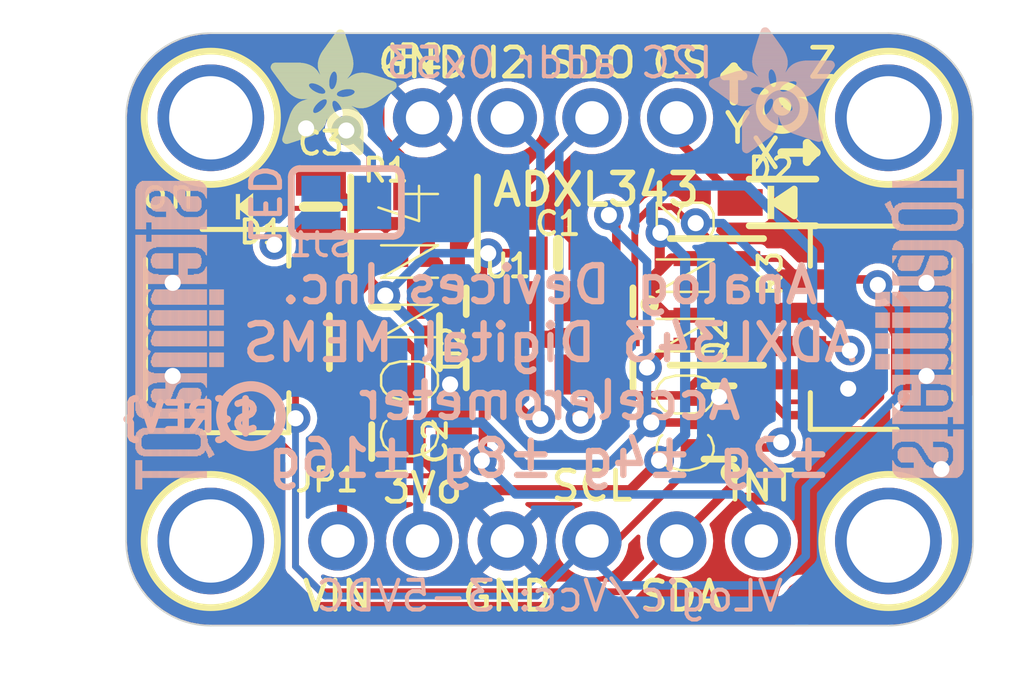
<source format=kicad_pcb>
(kicad_pcb (version 20221018) (generator pcbnew)
  (layers (0 "F.Cu" signal) (31 "B.Cu" signal) (34 "B.Paste" user) (35 "F.Paste" user) (36 "B.SilkS" user "B.Silkscreen") (37 "F.SilkS" user "F.Silkscreen") (38 "B.Mask" user) (39 "F.Mask" user) (44 "Edge.Cuts" user))
  (net 0 "")
  (net 1 "GND")
  (net 2 "SCL")
  (net 3 "SCL_3V")
  (net 4 "3.3V")
  (net 5 "VCC")
  (net 6 "N$1")
  (net 7 "CS_3V")
  (net 8 "INT1")
  (net 9 "INT2")
  (net 10 "SDA/SDIO_3V")
  (net 11 "SDO")
  (net 12 "CS")
  (net 13 "SDA/SDIO")
  (net 14 "N$2")
  (footprint "working:FIDUCIAL_1MM" (layer "F.Cu") (at 156.0576 113.0681)
    (fp_text reference "FID3" hide)
    (fp_text value "FIDUCIAL_1MM" hide)
  )
  (footprint "working:JST_SH4" (layer "F.Cu") (at 158.5341 105.0036 90)
    (fp_text reference "CONN3")
    (fp_text value "STEMMA_I2C_QT" hide)
  )
  (footprint "working:RESPACK_4X0603" (layer "F.Cu") (at 153.5176 104.1781 -90)
    (fp_text reference "R3")
    (fp_text value "10K")
  )
  (footprint "working:RESPACK_4X0603" (layer "F.Cu") (at 144.4371 101.8286)
    (fp_text reference "R1")
    (fp_text value "10K")
  )
  (footprint "working:MOUNTINGHOLE_2.5_PLATED" (layer "F.Cu") (at 158.6611 111.3536)
    (fp_text reference "U$21" hide)
    (fp_text value "MOUNTINGHOLE2.5" hide)
  )
  (footprint "working:ADAFRUIT_3.5MM" (layer "F.Cu") (at 140.1191 99.7966)
    (fp_text reference "U$4" hide)
    (fp_text value "" hide)
  )
  (footprint "working:MOUNTINGHOLE_2.5_PLATED" (layer "F.Cu") (at 158.6611 98.6536)
    (fp_text reference "U$17" hide)
    (fp_text value "MOUNTINGHOLE2.5" hide)
  )
  (footprint "working:SOT23-5" (layer "F.Cu") (at 143.5481 105.3846)
    (fp_text reference "U2")
    (fp_text value "AP2112K-3.3")
  )
  (footprint "working:FIDUCIAL_1MM" (layer "F.Cu") (at 137.7696 105.0036)
    (fp_text reference "FID4" hide)
    (fp_text value "FIDUCIAL_1MM" hide)
  )
  (footprint "working:MOUNTINGHOLE_2.5_PLATED" (layer "F.Cu") (at 138.3411 111.3536)
    (fp_text reference "U$19" hide)
    (fp_text value "MOUNTINGHOLE2.5" hide)
  )
  (footprint "working:1X06_ROUND_70" (layer "F.Cu") (at 148.5011 111.3536)
    (fp_text reference "JP1")
    (fp_text value "")
  )
  (footprint "working:0805-NO" (layer "F.Cu") (at 141.6431 101.3206 90)
    (fp_text reference "C3")
    (fp_text value "10uF")
  )
  (footprint "working:LGA14" (layer "F.Cu") (at 148.5011 105.2576)
    (fp_text reference "U1")
    (fp_text value "ADXL343")
  )
  (footprint "working:0603-NO" (layer "F.Cu") (at 148.7551 102.7176)
    (fp_text reference "C1")
    (fp_text value "0.1uF")
  )
  (footprint "working:SOD-323" (layer "F.Cu") (at 155.4861 101.1936)
    (fp_text reference "D2")
    (fp_text value "1N4148")
  )
  (footprint "working:CHIPLED_0603_NOOUTLINE" (layer "F.Cu") (at 139.3571 101.3206 90)
    (fp_text reference "D1")
    (fp_text value "GREEN")
  )
  (footprint "working:1X04_ROUND" (layer "F.Cu") (at 148.5011 98.6536)
    (fp_text reference "JP2")
    (fp_text value "")
  )
  (footprint "working:_0805MP" (layer "F.Cu") (at 143.1671 108.3691)
    (fp_text reference "C2")
    (fp_text value "10uF")
  )
  (footprint "working:JST_SH4" (layer "F.Cu") (at 138.4681 105.0036 -90)
    (fp_text reference "CONN4")
    (fp_text value "STEMMA_I2C_QT" hide)
  )
  (footprint "working:SOT363" (layer "F.Cu") (at 153.5811 107.7976 90)
    (fp_text reference "Q2")
    (fp_text value "BSS138")
  )
  (footprint "working:MOUNTINGHOLE_2.5_PLATED" (layer "F.Cu") (at 138.3411 98.6536)
    (fp_text reference "U$1" hide)
    (fp_text value "MOUNTINGHOLE2.5" hide)
  )
  (footprint "working:SOLDERJUMPER_CLOSEDWIRE" (layer "B.Cu") (at 142.4051 101.1936)
    (fp_text reference "SJ1")
    (fp_text value "")
  )
  (footprint "working:ADAFRUIT_3.5MM" (layer "B.Cu") (at 157.0736 99.7331 180)
    (fp_text reference "U$11" hide)
    (fp_text value "" hide)
  )
  (footprint "working:PCBFEAT-REV-040" (layer "B.Cu") (at 139.5476 107.6071 180)
    (fp_text reference "U$25" hide)
    (fp_text value "" hide)
  )
  (footprint "working:STEMMAQT" (layer "B.Cu") (at 158.2801 109.4486 90)
    (fp_text reference "U$30" hide)
    (fp_text value "" hide)
  )
  (footprint "working:STEMMAQT" (layer "B.Cu") (at 138.7221 100.5586 -90)
    (fp_text reference "U$31" hide)
    (fp_text value "" hide)
  )
  (gr_line (start 156.2227 99.9744) (end 156.2227 99.949) (stroke (width 0.254)) (layer "F.SilkS"))
  (gr_line (start 154.0256 97.1423) (end 154.0256 97.1169) (stroke (width 0.254)) (layer "F.SilkS"))
  (gr_line (start 156.2227 99.4156) (end 156.2227 99.949) (stroke (width 0.254)) (layer "F.SilkS"))
  (gr_line (start 154.2796 97.3963) (end 154.0256 97.1423) (stroke (width 0.254)) (layer "F.SilkS"))
  (gr_circle (center 155.4734 98.3107) (end 155.4988 98.3107) (stroke (width 0.254)) (fill none) (layer "F.SilkS"))
  (gr_line (start 156.5021 99.695) (end 156.2227 99.4156) (stroke (width 0.254)) (layer "F.SilkS"))
  (gr_circle (center 155.4734 98.3488) (end 156.1338 98.3488) (stroke (width 0.254)) (fill none) (layer "F.SilkS"))
  (gr_line (start 154.0256 97.1169) (end 153.7462 97.3963) (stroke (width 0.254)) (layer "F.SilkS"))
  (gr_line (start 155.4607 99.695) (end 156.4767 99.695) (stroke (width 0.254)) (layer "F.SilkS"))
  (gr_line (start 154.0256 98.1583) (end 154.0256 97.1423) (stroke (width 0.254)) (layer "F.SilkS"))
  (gr_line (start 154.305 97.3963) (end 154.2796 97.3963) (stroke (width 0.254)) (layer "F.SilkS"))
  (gr_line (start 153.7462 97.3963) (end 154.2796 97.3963) (stroke (width 0.254)) (layer "F.SilkS"))
  (gr_line (start 156.2227 99.949) (end 156.4767 99.695) (stroke (width 0.254)) (layer "F.SilkS"))
  (gr_line (start 156.4767 99.695) (end 156.5021 99.695) (stroke (width 0.254)) (layer "F.SilkS"))
  (gr_line (start 138.3411 113.8936) (end 158.6611 113.8936) (stroke (width 0.05)) (layer "Edge.Cuts"))
  (gr_line (start 135.8011 98.6536) (end 135.8011 111.3536) (stroke (width 0.05)) (layer "Edge.Cuts"))
  (gr_arc (start 138.3411 113.8936) (mid 136.545049 113.149651) (end 135.8011 111.3536) (stroke (width 0.05)) (layer "Edge.Cuts"))
  (gr_line (start 158.6611 96.1136) (end 138.3411 96.1136) (stroke (width 0.05)) (layer "Edge.Cuts"))
  (gr_arc (start 135.8011 98.6536) (mid 136.545049 96.857549) (end 138.3411 96.1136) (stroke (width 0.05)) (layer "Edge.Cuts"))
  (gr_arc (start 158.6611 96.1136) (mid 160.457151 96.857549) (end 161.2011 98.6536) (stroke (width 0.05)) (layer "Edge.Cuts"))
  (gr_arc (start 161.2011 111.3536) (mid 160.457151 113.149651) (end 158.6611 113.8936) (stroke (width 0.05)) (layer "Edge.Cuts"))
  (gr_line (start 161.2011 111.3536) (end 161.2011 98.6536) (stroke (width 0.05)) (layer "Edge.Cuts"))
  (gr_text "VLogic/Vcc: 3-5VDC" (at 148.5011 113.0046) (layer "B.SilkS") (effects (font (size 0.89408 0.89408) (thickness 0.12192)) (justify mirror)))
  (gr_text "I2C addr 0x53" (at 148.5011 97.0026) (layer "B.SilkS") (effects (font (size 0.89408 0.89408) (thickness 0.12192)) (justify mirror)))
  (gr_text "LED" (at 139.9286 101.2571 -90) (layer "B.SilkS") (effects (font (size 0.8636 0.8636) (thickness 0.1524)) (justify mirror)))
  (gr_text "Analog Devices Inc.\nADXL343 Digital MEMS\nAccelerometer\n±2g ±4g ±8g ±16g" (at 148.5011 106.2736) (layer "B.SilkS") (effects (font (size 1.0795 1.0795) (thickness 0.1905)) (justify mirror)))
  (gr_text "Y" (at 153.67 99.4791) (layer "F.SilkS") (effects (font (size 0.87376 0.87376) (thickness 0.14224)) (justify left bottom)))
  (gr_text "SDA" (at 152.4381 113.0046) (layer "F.SilkS") (effects (font (size 0.87376 0.87376) (thickness 0.14224))))
  (gr_text "CS" (at 152.4381 97.0026) (layer "F.SilkS") (effects (font (size 0.87376 0.87376) (thickness 0.14224))))
  (gr_text "VIN" (at 142.1511 113.0046) (layer "F.SilkS") (effects (font (size 0.87376 0.87376) (thickness 0.14224))))
  (gr_text "3Vo" (at 144.6911 109.7661) (layer "F.SilkS") (effects (font (size 0.87376 0.87376) (thickness 0.14224))))
  (gr_text "Z" (at 156.1719 97.5233) (layer "F.SilkS") (effects (font (size 0.87376 0.87376) (thickness 0.14224)) (justify left bottom)))
  (gr_text "GND" (at 144.6911 97.0026) (layer "F.SilkS") (effects (font (size 0.87376 0.87376) (thickness 0.14224))))
  (gr_text "on" (at 136.1821 101.4476) (layer "F.SilkS") (effects (font (size 0.89408 0.89408) (thickness 0.12192)) (justify left bottom)))
  (gr_text "INT" (at 154.8511 109.7026) (layer "F.SilkS") (effects (font (size 0.87376 0.87376) (thickness 0.14224))))
  (gr_text "SDO" (at 149.7711 97.0026) (layer "F.SilkS") (effects (font (size 0.87376 0.87376) (thickness 0.14224))))
  (gr_text "ADXL343" (at 149.8981 100.8126) (layer "F.SilkS") (effects (font (size 0.94996 0.94996) (thickness 0.16764))))
  (gr_text "GND" (at 147.2311 113.0046) (layer "F.SilkS") (effects (font (size 0.87376 0.87376) (thickness 0.14224))))
  (gr_text "X" (at 154.4701 100.2411) (layer "F.SilkS") (effects (font (size 0.87376 0.87376) (thickness 0.14224)) (justify left bottom)))
  (gr_text "I2" (at 147.2311 97.0026) (layer "F.SilkS") (effects (font (size 0.87376 0.87376) (thickness 0.14224))))
  (gr_text "SCL" (at 149.7711 109.7026) (layer "F.SilkS") (effects (font (size 0.87376 0.87376) (thickness 0.14224))))
  (segment (start 155.3351 106.5036) (end 156.0201 106.5036) (width 0.3048) (layer "F.Cu") (net 1))
  (segment (start 148.1836 105.1941) (end 148.1011 105.1116) (width 0.3048) (layer "F.Cu") (net 1))
  (segment (start 149.6455 104.860307) (end 149.6455 104.9387) (width 0.3048) (layer "F.Cu") (net 1))
  (segment (start 149.7011 104.804707) (end 149.6455 104.860307) (width 0.3048) (layer "F.Cu") (net 1))
  (segment (start 149.3901 105.1941) (end 148.1836 105.1941) (width 0.3048) (layer "F.Cu") (net 1))
  (segment (start 154.1526 106.2736) (end 153.5811 106.8451) (width 0.3048) (layer "F.Cu") (net 1))
  (segment (start 143.6116 106.7482) (end 143.6116 107.9881) (width 0.3048) (layer "F.Cu") (net 1))
  (segment (start 149.7011 104.1576) (end 149.7011 104.804707) (width 0.3048) (layer "F.Cu") (net 1))
  (segment (start 153.5811 107.0356) (end 153.5811 106.8451) (width 0.3048) (layer "F.Cu") (net 1))
  (segment (start 143.6116 107.9881) (end 143.9926 108.3691) (width 0.3048) (layer "F.Cu") (net 1))
  (segment (start 149.6455 104.9387) (end 149.3901 105.1941) (width 0.3048) (layer "F.Cu") (net 1))
  (segment (start 148.1011 105.1116) (end 148.1011 104.1576) (width 0.3048) (layer "F.Cu") (net 1))
  (segment (start 154.1526 106.2736) (end 155.1051 106.2736) (width 0.3048) (layer "F.Cu") (net 1))
  (segment (start 143.9926 108.3691) (end 144.1831 108.3691) (width 0.3048) (layer "F.Cu") (net 1))
  (segment (start 143.5481 106.6847) (end 143.6116 106.7482) (width 0.3048) (layer "F.Cu") (net 1))
  (segment (start 155.1051 106.2736) (end 155.3351 106.5036) (width 0.3048) (layer "F.Cu") (net 1))
  (via (at 137.1981 106.4006) (size 0.889) (drill 0.4826) (layers "F.Cu" "B.Cu") (net 1))
  (via (at 141.1986 98.9711) (size 0.889) (drill 0.4826) (layers "F.Cu" "B.Cu") (net 1))
  (via (at 145.5166 106.6546) (size 0.889) (drill 0.4826) (layers "F.Cu" "B.Cu") (net 1))
  (via (at 157.4546 106.7816) (size 0.889) (drill 0.4826) (layers "F.Cu" "B.Cu") (net 1))
  (via (at 159.8041 106.4006) (size 0.889) (drill 0.4826) (layers "F.Cu" "B.Cu") (net 1))
  (via (at 159.8041 103.6066) (size 0.889) (drill 0.4826) (layers "F.Cu" "B.Cu") (net 1))
  (via (at 137.1981 103.6066) (size 0.889) (drill 0.4826) (layers "F.Cu" "B.Cu") (net 1))
  (via (at 160.2486 109.1946) (size 0.889) (drill 0.4826) (layers "F.Cu" "B.Cu") (net 1))
  (via (at 153.5811 107.0356) (size 0.889) (drill 0.4826) (layers "F.Cu" "B.Cu") (net 1))
  (segment (start 155.3946 102.8781) (end 154.3676 102.8781) (width 0.2032) (layer "F.Cu") (net 2))
  (segment (start 152.6811 108.5476) (end 152.6811 109.1826) (width 0.2032) (layer "F.Cu") (net 2))
  (segment (start 156.0201 103.5036) (end 158.1771 103.5036) (width 0.254) (layer "F.Cu") (net 2))
  (segment (start 156.0201 103.5036) (end 155.3946 102.8781) (width 0.2032) (layer "F.Cu") (net 2))
  (segment (start 140.8811 107.6706) (end 140.8811 106.6046) (width 0.2032) (layer "F.Cu") (net 2))
  (segment (start 152.6811 109.1826) (end 150.5101 111.3536) (width 0.2032) (layer "F.Cu") (net 2))
  (segment (start 140.8811 106.6046) (end 140.9821 106.5036) (width 0.2032) (layer "F.Cu") (net 2))
  (segment (start 158.1771 103.5036) (end 158.3436 103.6701) (width 0.254) (layer "F.Cu") (net 2))
  (segment (start 150.5101 111.3536) (end 149.7711 111.3536) (width 0.2032) (layer "F.Cu") (net 2))
  (via (at 158.3436 103.6701) (size 0.889) (drill 0.4826) (layers "F.Cu" "B.Cu") (net 2))
  (via (at 140.8811 107.6706) (size 0.889) (drill 0.4826) (layers "F.Cu" "B.Cu") (net 2))
  (segment (start 158.9786 104.3051) (end 158.9786 106.9721) (width 0.254) (layer "B.Cu") (net 2))
  (segment (start 155.2956 112.6871) (end 150.5966 112.6871) (width 0.254) (layer "B.Cu") (net 2))
  (segment (start 140.8811 112.1156) (end 140.8811 107.6706) (width 0.2032) (layer "B.Cu") (net 2))
  (segment (start 149.7711 111.8616) (end 149.7711 111.3536) (width 0.254) (layer "B.Cu") (net 2))
  (segment (start 149.7711 111.3536) (end 148.1201 113.0046) (width 0.2032) (layer "B.Cu") (net 2))
  (segment (start 141.7701 113.0046) (end 140.8811 112.1156) (width 0.2032) (layer "B.Cu") (net 2))
  (segment (start 156.1846 111.7981) (end 155.2956 112.6871) (width 0.254) (layer "B.Cu") (net 2))
  (segment (start 148.1201 113.0046) (end 141.7701 113.0046) (width 0.2032) (layer "B.Cu") (net 2))
  (segment (start 158.3436 103.6701) (end 158.9786 104.3051) (width 0.254) (layer "B.Cu") (net 2))
  (segment (start 156.1846 109.7661) (end 156.1846 111.7981) (width 0.254) (layer "B.Cu") (net 2))
  (segment (start 150.5966 112.6871) (end 149.7711 111.8616) (width 0.254) (layer "B.Cu") (net 2))
  (segment (start 158.9786 106.9721) (end 156.1846 109.7661) (width 0.254) (layer "B.Cu") (net 2))
  (segment (start 154.4811 108.5476) (end 155.291506 108.5476) (width 0.254) (layer "F.Cu") (net 3))
  (segment (start 151.5491 101.3206) (end 151.0559 101.8138) (width 0.2032) (layer "F.Cu") (net 3))
  (segment (start 151.0559 105.2576) (end 150.6011 105.2576) (width 0.2032) (layer "F.Cu") (net 3))
  (segment (start 152.8826 101.8149) (end 152.6921 101.8149) (width 0.2032) (layer "F.Cu") (net 3))
  (segment (start 152.6921 101.8149) (end 152.1978 101.3206) (width 0.2032) (layer "F.Cu") (net 3))
  (segment (start 151.0559 101.8138) (end 151.0559 105.2576) (width 0.2032) (layer "F.Cu") (net 3))
  (segment (start 155.291506 108.5476) (end 155.446303 108.392804) (width 0.254) (layer "F.Cu") (net 3))
  (segment (start 153.5176 103.4796) (end 153.5176 102.5271) (width 0.2032) (layer "F.Cu") (net 3))
  (segment (start 152.1978 101.3206) (end 151.5491 101.3206) (width 0.2032) (layer "F.Cu") (net 3))
  (segment (start 154.3676 103.7781) (end 153.8161 103.7781) (width 0.2032) (layer "F.Cu") (net 3))
  (segment (start 153.8161 103.7781) (end 153.5176 103.4796) (width 0.2032) (layer "F.Cu") (net 3))
  (segment (start 152.8826 101.8149) (end 152.8826 101.8921) (width 0.2032) (layer "F.Cu") (net 3))
  (segment (start 153.5176 102.5271) (end 152.8826 101.8921) (width 0.2032) (layer "F.Cu") (net 3))
  (via (at 152.8826 101.8149) (size 0.889) (drill 0.4826) (layers "F.Cu" "B.Cu") (net 3))
  (via (at 155.446303 108.392804) (size 0.889) (drill 0.4826) (layers "F.Cu" "B.Cu") (net 3))
  (segment (start 153.6944 101.8149) (end 152.8826 101.8149) (width 0.254) (layer "B.Cu") (net 3))
  (segment (start 155.6131 103.7336) (end 153.6944 101.8149) (width 0.254) (layer "B.Cu") (net 3))
  (segment (start 155.446303 108.392804) (end 155.6131 108.226007) (width 0.254) (layer "B.Cu") (net 3))
  (segment (start 155.6131 108.226007) (end 155.6131 103.7336) (width 0.254) (layer "B.Cu") (net 3))
  (segment (start 144.0371 102.6786) (end 143.1371 102.6786) (width 0.254) (layer "F.Cu") (net 4))
  (segment (start 153.5176 104.2226) (end 153.5176 105.2576) (width 0.3048) (layer "F.Cu") (net 4))
  (segment (start 143.1371 102.6786) (end 143.1371 103.5455) (width 0.254) (layer "F.Cu") (net 4))
  (segment (start 150.5011 104.1576) (end 150.5011 101.7966) (width 0.254) (layer "F.Cu") (net 4))
  (segment (start 153.9096 107.9881) (end 153.1891 107.9881) (width 0.254) (layer "F.Cu") (net 4))
  (segment (start 151.5491 107.7976) (end 152.6811 107.7976) (width 0.254) (layer "F.Cu") (net 4))
  (segment (start 143.1371 103.5493) (end 143.5754 103.9876) (width 0.254) (layer "F.Cu") (net 4))
  (segment (start 152.6676 103.7781) (end 153.0731 103.7781) (width 0.3048) (layer "F.Cu") (net 4))
  (segment (start 152.6676 105.4781) (end 152.0906 105.4781) (width 0.254) (layer "F.Cu") (net 4))
  (segment (start 153.5176 105.2576) (end 153.2971 105.4781) (width 0.3048) (layer "F.Cu") (net 4))
  (segment (start 152.0906 105.4781) (end 151.4221 106.1466) (width 0.254) (layer "F.Cu") (net 4))
  (segment (start 154.1001 107.7976) (end 154.4811 107.7976) (width 0.254) (layer "F.Cu") (net 4))
  (segment (start 146.8891 102.7176) (end 147.9051 102.7176) (width 0.254) (layer "F.Cu") (net 4))
  (segment (start 142.5981 104.0845) (end 143.1371 103.5455) (width 0.254) (layer "F.Cu") (net 4))
  (segment (start 143.1371 103.5455) (end 143.1371 103.5493) (width 0.254) (layer "F.Cu") (net 4))
  (segment (start 152.6811 107.7976) (end 152.9986 107.7976) (width 0.254) (layer "F.Cu") (net 4))
  (segment (start 154.1001 107.7976) (end 153.9096 107.9881) (width 0.254) (layer "F.Cu") (net 4))
  (segment (start 153.2971 105.4781) (end 152.6676 105.4781) (width 0.3048) (layer "F.Cu") (net 4))
  (segment (start 142.0511 102.6786) (end 141.6431 102.2706) (width 0.254) (layer "F.Cu") (net 4))
  (segment (start 153.1891 107.9881) (end 152.9986 107.7976) (width 0.254) (layer "F.Cu") (net 4))
  (segment (start 150.5011 101.7966) (end 150.2791 101.5746) (width 0.254) (layer "F.Cu") (net 4))
  (segment (start 147.9051 102.7176) (end 146.6596 102.7176) (width 0.254) (layer "F.Cu") (net 4))
  (segment (start 143.1371 102.6786) (end 142.0511 102.6786) (width 0.254) (layer "F.Cu") (net 4))
  (segment (start 146.5011 104.1576) (end 146.5011 103.1056) (width 0.254) (layer "F.Cu") (net 4))
  (segment (start 146.8891 102.7176) (end 146.5011 103.1056) (width 0.254) (layer "F.Cu") (net 4))
  (segment (start 153.5176 104.2226) (end 153.0731 103.7781) (width 0.3048) (layer "F.Cu") (net 4))
  (via (at 150.2791 101.5746) (size 0.889) (drill 0.4826) (layers "F.Cu" "B.Cu") (net 4))
  (via (at 151.5491 107.7976) (size 0.889) (drill 0.4826) (layers "F.Cu" "B.Cu") (net 4))
  (via (at 143.5754 103.9876) (size 0.889) (drill 0.4826) (layers "F.Cu" "B.Cu") (net 4))
  (via (at 151.4221 106.1466) (size 0.889) (drill 0.4826) (layers "F.Cu" "B.Cu") (net 4))
  (via (at 146.6596 102.7176) (size 0.889) (drill 0.4826) (layers "F.Cu" "B.Cu") (net 4))
  (segment (start 151.4221 102.9716) (end 151.4221 106.1466) (width 0.254) (layer "B.Cu") (net 4))
  (segment (start 143.5754 103.9876) (end 144.8454 102.7176) (width 0.254) (layer "B.Cu") (net 4))
  (segment (start 150.2791 101.5746) (end 150.2791 101.8286) (width 0.254) (layer "B.Cu") (net 4))
  (segment (start 146.4691 107.7976) (end 145.3261 107.7976) (width 0.3048) (layer "B.Cu") (net 4))
  (segment (start 144.5641 107.7976) (end 144.5641 111.2266) (width 0.3048) (layer "B.Cu") (net 4))
  (segment (start 145.3261 107.7976) (end 144.5914 107.7976) (width 0.3048) (layer "B.Cu") (net 4))
  (segment (start 144.5914 105.0036) (end 143.5754 103.9876) (width 0.3048) (layer "B.Cu") (net 4))
  (segment (start 151.5491 107.7976) (end 150.2791 109.0676) (width 0.3048) (layer "B.Cu") (net 4))
  (segment (start 151.4221 106.1466) (end 151.4221 107.6706) (width 0.254) (layer "B.Cu") (net 4))
  (segment (start 145.3261 107.7976) (end 144.5641 107.7976) (width 0.254) (layer "B.Cu") (net 4))
  (segment (start 151.5491 107.7976) (end 151.4221 107.6706) (width 0.254) (layer "B.Cu") (net 4))
  (segment (start 147.7391 109.0676) (end 146.4691 107.7976) (width 0.3048) (layer "B.Cu") (net 4))
  (segment (start 144.5914 105.0036) (end 144.5914 107.7976) (width 0.3048) (layer "B.Cu") (net 4))
  (segment (start 151.4221 102.9716) (end 150.2791 101.8286) (width 0.254) (layer "B.Cu") (net 4))
  (segment (start 144.5641 111.2266) (end 144.6911 111.3536) (width 0.3048) (layer "B.Cu") (net 4))
  (segment (start 144.8454 102.7176) (end 146.6596 102.7176) (width 0.254) (layer "B.Cu") (net 4))
  (segment (start 150.2791 109.0676) (end 147.7391 109.0676) (width 0.3048) (layer "B.Cu") (net 4))
  (segment (start 144.0561 105.2576) (end 142.6591 105.2576) (width 0.3048) (layer "F.Cu") (net 5))
  (segment (start 144.4981 105.6996) (end 144.0561 105.2576) (width 0.3048) (layer "F.Cu") (net 5))
  (segment (start 142.1511 108.3691) (end 142.1511 109.8296) (width 0.3048) (layer "F.Cu") (net 5))
  (segment (start 157.3704 105.5036) (end 157.5054 105.6386) (width 0.3048) (layer "F.Cu") (net 5))
  (segment (start 150.9141 109.8296) (end 151.7834 108.9603) (width 0.3048) (layer "F.Cu") (net 5))
  (segment (start 151.6761 104.2416) (end 151.6761 103.3526) (width 0.3048) (layer "F.Cu") (net 5))
  (segment (start 151.8031 103.2256) (end 151.6761 103.3526) (width 0.3048) (layer "F.Cu") (net 5))
  (segment (start 142.1511 109.8296) (end 142.2781 109.8296) (width 0.3048) (layer "F.Cu") (net 5))
  (segment (start 142.1511 108.3691) (end 142.5981 107.9221) (width 0.3048) (layer "F.Cu") (net 5))
  (segment (start 142.6591 105.2576) (end 142.329806 105.2576) (width 0.3048) (layer "F.Cu") (net 5))
  (segment (start 152.1506 102.8781) (end 152.6676 102.8781) (width 0.3048) (layer "F.Cu") (net 5))
  (segment (start 142.2781 109.8296) (end 142.2781 111.2266) (width 0.3048) (layer "F.Cu") (net 5))
  (segment (start 142.5981 107.9221) (end 142.5981 106.6847) (width 0.3048) (layer "F.Cu") (net 5))
  (segment (start 142.2781 111.2266) (end 142.1511 111.3536) (width 0.3048) (layer "F.Cu") (net 5))
  (segment (start 151.8031 102.126275) (end 151.8031 103.2256) (width 0.3048) (layer "F.Cu") (net 5))
  (segment (start 142.5981 105.3186) (end 142.6591 105.2576) (width 0.3048) (layer "F.Cu") (net 5))
  (segment (start 142.2781 109.8296) (end 150.9141 109.8296) (width 0.3048) (layer "F.Cu") (net 5))
  (segment (start 156.0201 105.5036) (end 157.3704 105.5036) (width 0.3048) (layer "F.Cu") (net 5))
  (segment (start 152.1506 102.8781) (end 151.8031 103.2256) (width 0.3048) (layer "F.Cu") (net 5))
  (segment (start 142.5981 106.6847) (end 142.5981 105.3186) (width 0.3048) (layer "F.Cu") (net 5))
  (segment (start 144.4981 106.6847) (end 144.4981 105.6996) (width 0.3048) (layer "F.Cu") (net 5))
  (segment (start 142.329806 105.2576) (end 141.575806 104.5036) (width 0.3048) (layer "F.Cu") (net 5))
  (segment (start 151.7834 108.9603) (end 151.7834 108.9406) (width 0.3048) (layer "F.Cu") (net 5))
  (segment (start 152.0126 104.5781) (end 151.6761 104.2416) (width 0.3048) (layer "F.Cu") (net 5))
  (segment (start 152.6676 104.5781) (end 152.0126 104.5781) (width 0.3048) (layer "F.Cu") (net 5))
  (segment (start 151.824937 102.104438) (end 151.8031 102.126275) (width 0.3048) (layer "F.Cu") (net 5))
  (segment (start 141.575806 104.5036) (end 140.9821 104.5036) (width 0.3048) (layer "F.Cu") (net 5))
  (via (at 151.824937 102.104438) (size 0.889) (drill 0.4826) (layers "F.Cu" "B.Cu") (net 5))
  (via (at 157.5054 105.6386) (size 0.889) (drill 0.4826) (layers "F.Cu" "B.Cu") (net 5))
  (via (at 151.7834 108.9406) (size 0.889) (drill 0.4826) (layers "F.Cu" "B.Cu") (net 5))
  (segment (start 151.824937 102.040938) (end 151.5491 101.7651) (width 0.3048) (layer "B.Cu") (net 5))
  (segment (start 151.5491 101.3206) (end 152.1841 100.6856) (width 0.3048) (layer "B.Cu") (net 5))
  (segment (start 156.3751 104.5083) (end 157.5054 105.6386) (width 0.3048) (layer "B.Cu") (net 5))
  (segment (start 154.4066 100.6856) (end 156.3751 102.6541) (width 0.3048) (layer "B.Cu") (net 5))
  (segment (start 151.7834 108.9406) (end 152.5651 108.1589) (width 0.3048) (layer "B.Cu") (net 5))
  (segment (start 156.3751 102.6541) (end 156.3751 104.5083) (width 0.3048) (layer "B.Cu") (net 5))
  (segment (start 151.824937 102.104438) (end 151.824937 102.040938) (width 0.3048) (layer "B.Cu") (net 5))
  (segment (start 152.1841 100.6856) (end 154.4066 100.6856) (width 0.3048) (layer "B.Cu") (net 5))
  (segment (start 151.5491 101.7651) (end 151.5491 101.3206) (width 0.3048) (layer "B.Cu") (net 5))
  (segment (start 152.5651 108.1589) (end 152.5651 102.8446) (width 0.3048) (layer "B.Cu") (net 5))
  (segment (start 152.5651 102.8446) (end 151.824937 102.104438) (width 0.3048) (layer "B.Cu") (net 5))
  (segment (start 143.1371 99.7666) (end 142.4051 99.0346) (width 0.254) (layer "F.Cu") (net 6))
  (segment (start 143.1371 100.9786) (end 143.1371 99.7666) (width 0.254) (layer "F.Cu") (net 6))
  (via (at 142.4051 99.0346) (size 0.889) (drill 0.4826) (layers "F.Cu" "B.Cu") (net 6))
  (segment (start 143.1671 99.7966) (end 143.1671 101.1936) (width 0.254) (layer "B.Cu") (net 6))
  (segment (start 142.4051 99.0346) (end 143.1671 99.7966) (width 0.254) (layer "B.Cu") (net 6))
  (segment (start 146.4011 105.2576) (end 146.0881 105.2576) (width 0.254) (layer "F.Cu") (net 7))
  (segment (start 146.0881 105.2576) (end 145.1991 104.3686) (width 0.254) (layer "F.Cu") (net 7))
  (segment (start 153.0731 96.8756) (end 156.7561 100.5586) (width 0.254) (layer "F.Cu") (net 7))
  (segment (start 156.7561 100.5586) (end 156.7561 101.1936) (width 0.254) (layer "F.Cu") (net 7))
  (segment (start 143.4211 97.3836) (end 143.9291 96.8756) (width 0.254) (layer "F.Cu") (net 7))
  (segment (start 145.1819 103.0234) (end 144.8371 102.6786) (width 0.254) (layer "F.Cu") (net 7))
  (segment (start 145.1991 104.3686) (end 145.1991 103.282575) (width 0.254) (layer "F.Cu") (net 7))
  (segment (start 143.4211 99.1616) (end 143.4211 97.3836) (width 0.254) (layer "F.Cu") (net 7))
  (segment (start 144.8371 102.6786) (end 144.8371 100.9786) (width 0.254) (layer "F.Cu") (net 7))
  (segment (start 145.1991 103.282575) (end 145.1819 103.265375) (width 0.254) (layer "F.Cu") (net 7))
  (segment (start 144.0371 100.9786) (end 144.0371 99.7776) (width 0.254) (layer "F.Cu") (net 7))
  (segment (start 144.0371 99.7776) (end 143.4211 99.1616) (width 0.254) (layer "F.Cu") (net 7))
  (segment (start 145.1819 103.265375) (end 145.1819 103.0234) (width 0.254) (layer "F.Cu") (net 7))
  (segment (start 143.9291 96.8756) (end 153.0731 96.8756) (width 0.254) (layer "F.Cu") (net 7))
  (segment (start 144.8371 100.9786) (end 144.0371 100.9786) (width 0.254) (layer "F.Cu") (net 7))
  (segment (start 146.5011 108.9086) (end 146.4691 108.9406) (width 0.254) (layer "F.Cu") (net 8))
  (segment (start 146.5011 106.3576) (end 146.5011 108.9086) (width 0.254) (layer "F.Cu") (net 8))
  (via (at 146.4691 108.9406) (size 0.889) (drill 0.4826) (layers "F.Cu" "B.Cu") (net 8))
  (segment (start 154.8511 110.5916) (end 154.8511 111.3536) (width 0.254) (layer "B.Cu") (net 8))
  (segment (start 154.2161 109.9566) (end 154.8511 110.5916) (width 0.254) (layer "B.Cu") (net 8))
  (segment (start 154.2161 109.9566) (end 147.4851 109.9566) (width 0.254) (layer "B.Cu") (net 8))
  (segment (start 147.4851 109.9566) (end 146.4691 108.9406) (width 0.254) (layer "B.Cu") (net 8))
  (segment (start 147.3011 106.3576) (end 147.3011 107.026007) (width 0.254) (layer "F.Cu") (net 9))
  (segment (start 147.969396 107.694304) (end 147.3011 107.026007) (width 0.254) (layer "F.Cu") (net 9))
  (segment (start 148.223396 107.694304) (end 147.969396 107.694304) (width 0.254) (layer "F.Cu") (net 9))
  (via (at 148.223396 107.694304) (size 0.889) (drill 0.4826) (layers "F.Cu" "B.Cu") (net 9))
  (segment (start 148.223396 99.645897) (end 147.2311 98.6536) (width 0.254) (layer "B.Cu") (net 9))
  (segment (start 148.223396 99.645897) (end 148.223396 107.694304) (width 0.254) (layer "B.Cu") (net 9))
  (segment (start 152.6811 106.7926) (end 153.9956 105.4781) (width 0.254) (layer "F.Cu") (net 10))
  (segment (start 152.6176 106.9841) (end 150.9896 106.9841) (width 0.254) (layer "F.Cu") (net 10))
  (segment (start 150.5011 106.4956) (end 150.5011 106.3576) (width 0.254) (layer "F.Cu") (net 10))
  (segment (start 150.9896 106.9841) (end 150.5011 106.4956) (width 0.254) (layer "F.Cu") (net 10))
  (segment (start 153.9956 105.4781) (end 154.3676 105.4781) (width 0.254) (layer "F.Cu") (net 10))
  (segment (start 152.6811 107.0476) (end 152.6176 106.9841) (width 0.254) (layer "F.Cu") (net 10))
  (segment (start 152.6811 107.0476) (end 152.6811 106.7926) (width 0.254) (layer "F.Cu") (net 10))
  (segment (start 145.7371 100.9786) (end 146.1571 100.5586) (width 0.254) (layer "F.Cu") (net 11))
  (segment (start 149.7011 106.3576) (end 149.7011 107.407007) (width 0.254) (layer "F.Cu") (net 11))
  (segment (start 149.7011 107.407007) (end 149.426506 107.6816) (width 0.254) (layer "F.Cu") (net 11))
  (segment (start 147.8661 100.5586) (end 149.7711 98.6536) (width 0.254) (layer "F.Cu") (net 11))
  (segment (start 146.1571 100.5586) (end 147.8661 100.5586) (width 0.254) (layer "F.Cu") (net 11))
  (via (at 149.426506 107.6816) (size 0.889) (drill 0.4826) (layers "F.Cu" "B.Cu") (net 11))
  (segment (start 149.426506 107.6816) (end 148.791506 107.0466) (width 0.254) (layer "B.Cu") (net 11))
  (segment (start 148.791506 99.633194) (end 149.7711 98.6536) (width 0.254) (layer "B.Cu") (net 11))
  (segment (start 148.791506 99.633194) (end 148.791506 107.0466) (width 0.254) (layer "B.Cu") (net 11))
  (segment (start 152.3111 99.2886) (end 152.3111 98.6536) (width 0.254) (layer "F.Cu") (net 12))
  (segment (start 154.2161 101.1936) (end 152.3111 99.2886) (width 0.254) (layer "F.Cu") (net 12))
  (segment (start 154.4421 104.5036) (end 156.0201 104.5036) (width 0.2032) (layer "F.Cu") (net 13))
  (segment (start 155.022125 107.0476) (end 155.552825 107.5783) (width 0.254) (layer "F.Cu") (net 13))
  (segment (start 154.3676 104.5781) (end 154.4421 104.5036) (width 0.2032) (layer "F.Cu") (net 13))
  (segment (start 155.3591 109.5756) (end 154.0891 109.5756) (width 0.254) (layer "F.Cu") (net 13))
  (segment (start 155.552825 107.5783) (end 156.2481 107.5783) (width 0.254) (layer "F.Cu") (net 13))
  (segment (start 140.9821 105.5036) (end 140.1271 105.5036) (width 0.2032) (layer "F.Cu") (net 13))
  (segment (start 157.8644 107.5783) (end 158.4071 107.0356) (width 0.254) (layer "F.Cu") (net 13))
  (segment (start 154.0891 109.5756) (end 152.3111 111.3536) (width 0.254) (layer "F.Cu") (net 13))
  (segment (start 156.2481 107.5783) (end 157.8644 107.5783) (width 0.254) (layer "F.Cu") (net 13))
  (segment (start 141.6431 112.8776) (end 150.7871 112.8776) (width 0.2032) (layer "F.Cu") (net 13))
  (segment (start 139.7381 105.8926) (end 139.7381 107.714275) (width 0.2032) (layer "F.Cu") (net 13))
  (segment (start 150.7871 112.8776) (end 152.3111 111.3536) (width 0.2032) (layer "F.Cu") (net 13))
  (segment (start 154.4811 107.0476) (end 155.022125 107.0476) (width 0.254) (layer "F.Cu") (net 13))
  (segment (start 158.4071 105.2576) (end 157.6531 104.5036) (width 0.254) (layer "F.Cu") (net 13))
  (segment (start 156.2481 108.6866) (end 155.3591 109.5756) (width 0.254) (layer "F.Cu") (net 13))
  (segment (start 140.1271 105.5036) (end 139.7381 105.8926) (width 0.2032) (layer "F.Cu") (net 13))
  (segment (start 158.4071 107.0356) (end 158.4071 105.2576) (width 0.254) (layer "F.Cu") (net 13))
  (segment (start 140.8811 112.1156) (end 141.6431 112.8776) (width 0.2032) (layer "F.Cu") (net 13))
  (segment (start 140.8811 108.857275) (end 140.8811 112.1156) (width 0.2032) (layer "F.Cu") (net 13))
  (segment (start 156.2481 107.5783) (end 156.2481 108.6866) (width 0.254) (layer "F.Cu") (net 13))
  (segment (start 157.6531 104.5036) (end 156.0201 104.5036) (width 0.254) (layer "F.Cu") (net 13))
  (segment (start 139.7381 107.714275) (end 140.8811 108.857275) (width 0.2032) (layer "F.Cu") (net 13))
  (segment (start 140.1071 101.3206) (end 140.1071 102.3253) (width 0.254) (layer "F.Cu") (net 14))
  (segment (start 140.1071 102.3253) (end 140.2454 102.4636) (width 0.254) (layer "F.Cu") (net 14))
  (via (at 140.2454 102.4636) (size 0.889) (drill 0.4826) (layers "F.Cu" "B.Cu") (net 14))
  (segment (start 141.5154 101.1936) (end 141.6431 101.1936) (width 0.254) (layer "B.Cu") (net 14))
  (segment (start 140.2454 102.4636) (end 141.5154 101.1936) (width 0.254) (layer "B.Cu") (net 14))
  (zone (net 1) (net_name "GND") (layer "F.Cu") (priority 6) (connect_pads (clearance 0.000001)) (min_thickness 0.127) (fill yes (thermal_gap 0.304) (thermal_bridge_width 0.304))
    (polygon (pts (xy 161.3281 114.0206) (xy 135.6741 114.0206) (xy 135.6741 95.9866) (xy 161.3281 95.9866)))
  )
  (zone (net 1) (net_name "GND") (layer "B.Cu") (priority 6) (connect_pads (clearance 0.000001)) (min_thickness 0.127) (fill yes (thermal_gap 0.304) (thermal_bridge_width 0.304))
    (polygon (pts (xy 161.3281 114.0206) (xy 135.6741 114.0206) (xy 135.6741 95.9866) (xy 161.3281 95.9866)))
  )
)
</source>
